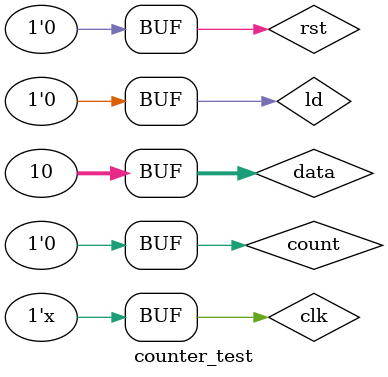
<source format=v>
`timescale 1ns / 1ps
`include "MIPS-1.vh"

module counter_test();
    reg         clk, count, ld, rst;
    reg[31:0]   data;
    wire[31:0]  cnt;

    Counter #(0) test(
        .clk(clk),
        .count(count),
        .ld(ld),
        .data(data),
        .cnt(cnt),
        .rst(rst)
    );

    initial
        begin
            rst = 0;
            clk = 0;
            count = 0;
            #50
            data = 10;
            #50
            ld = 1;
            #100
            ld = 0;
            #200
            count = 1;
            #100
            count = 0;
            #200
            count = 1;
            #100
            count = 0;
        end

    always
        #50  clk = ~clk;

endmodule

</source>
